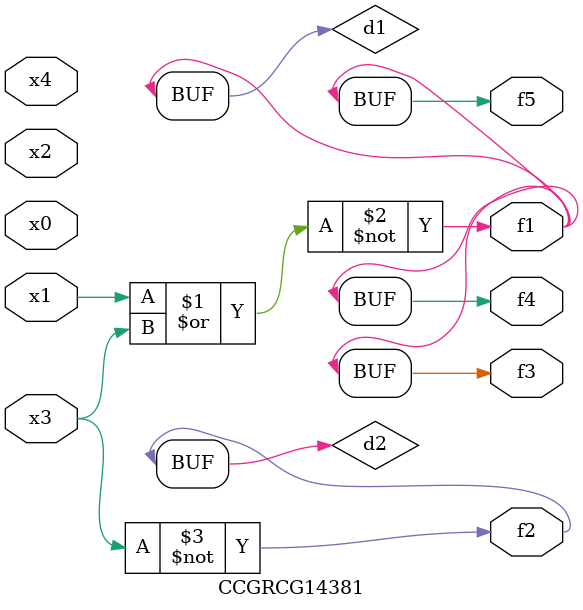
<source format=v>
module CCGRCG14381(
	input x0, x1, x2, x3, x4,
	output f1, f2, f3, f4, f5
);

	wire d1, d2;

	nor (d1, x1, x3);
	not (d2, x3);
	assign f1 = d1;
	assign f2 = d2;
	assign f3 = d1;
	assign f4 = d1;
	assign f5 = d1;
endmodule

</source>
